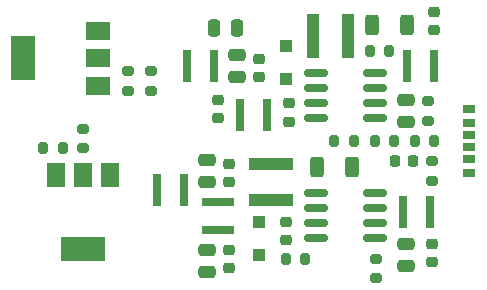
<source format=gbr>
%TF.GenerationSoftware,KiCad,Pcbnew,7.0.6*%
%TF.CreationDate,2024-03-05T13:52:18+08:00*%
%TF.ProjectId,TypeC2DoubleVoltage,54797065-4332-4446-9f75-626c65566f6c,rev?*%
%TF.SameCoordinates,Original*%
%TF.FileFunction,Paste,Top*%
%TF.FilePolarity,Positive*%
%FSLAX46Y46*%
G04 Gerber Fmt 4.6, Leading zero omitted, Abs format (unit mm)*
G04 Created by KiCad (PCBNEW 7.0.6) date 2024-03-05 13:52:18*
%MOMM*%
%LPD*%
G01*
G04 APERTURE LIST*
G04 Aperture macros list*
%AMRoundRect*
0 Rectangle with rounded corners*
0 $1 Rounding radius*
0 $2 $3 $4 $5 $6 $7 $8 $9 X,Y pos of 4 corners*
0 Add a 4 corners polygon primitive as box body*
4,1,4,$2,$3,$4,$5,$6,$7,$8,$9,$2,$3,0*
0 Add four circle primitives for the rounded corners*
1,1,$1+$1,$2,$3*
1,1,$1+$1,$4,$5*
1,1,$1+$1,$6,$7*
1,1,$1+$1,$8,$9*
0 Add four rect primitives between the rounded corners*
20,1,$1+$1,$2,$3,$4,$5,0*
20,1,$1+$1,$4,$5,$6,$7,0*
20,1,$1+$1,$6,$7,$8,$9,0*
20,1,$1+$1,$8,$9,$2,$3,0*%
G04 Aperture macros list end*
%ADD10RoundRect,0.200000X-0.200000X-0.275000X0.200000X-0.275000X0.200000X0.275000X-0.200000X0.275000X0*%
%ADD11R,0.800000X2.700000*%
%ADD12RoundRect,0.150000X-0.825000X-0.150000X0.825000X-0.150000X0.825000X0.150000X-0.825000X0.150000X0*%
%ADD13RoundRect,0.225000X-0.250000X0.225000X-0.250000X-0.225000X0.250000X-0.225000X0.250000X0.225000X0*%
%ADD14R,3.700000X1.100000*%
%ADD15RoundRect,0.200000X0.275000X-0.200000X0.275000X0.200000X-0.275000X0.200000X-0.275000X-0.200000X0*%
%ADD16RoundRect,0.250000X0.475000X-0.250000X0.475000X0.250000X-0.475000X0.250000X-0.475000X-0.250000X0*%
%ADD17RoundRect,0.200000X0.200000X0.275000X-0.200000X0.275000X-0.200000X-0.275000X0.200000X-0.275000X0*%
%ADD18RoundRect,0.250000X0.312500X0.625000X-0.312500X0.625000X-0.312500X-0.625000X0.312500X-0.625000X0*%
%ADD19RoundRect,0.225000X0.250000X-0.225000X0.250000X0.225000X-0.250000X0.225000X-0.250000X-0.225000X0*%
%ADD20R,1.500000X2.000000*%
%ADD21R,3.800000X2.000000*%
%ADD22RoundRect,0.250000X-0.300000X0.300000X-0.300000X-0.300000X0.300000X-0.300000X0.300000X0.300000X0*%
%ADD23RoundRect,0.250000X-0.475000X0.250000X-0.475000X-0.250000X0.475000X-0.250000X0.475000X0.250000X0*%
%ADD24R,1.000000X0.700000*%
%ADD25R,1.000000X0.800000*%
%ADD26RoundRect,0.218750X-0.218750X-0.256250X0.218750X-0.256250X0.218750X0.256250X-0.218750X0.256250X0*%
%ADD27RoundRect,0.250000X0.250000X0.475000X-0.250000X0.475000X-0.250000X-0.475000X0.250000X-0.475000X0*%
%ADD28RoundRect,0.200000X-0.275000X0.200000X-0.275000X-0.200000X0.275000X-0.200000X0.275000X0.200000X0*%
%ADD29R,1.100000X3.700000*%
%ADD30R,2.700000X0.800000*%
%ADD31R,2.000000X1.500000*%
%ADD32R,2.000000X3.800000*%
%ADD33RoundRect,0.250000X0.300000X-0.300000X0.300000X0.300000X-0.300000X0.300000X-0.300000X-0.300000X0*%
G04 APERTURE END LIST*
D10*
%TO.C,R7*%
X112000000Y-90425000D03*
X113650000Y-90425000D03*
%TD*%
D11*
%TO.C,L8*%
X95872500Y-94552500D03*
X93572500Y-94552500D03*
%TD*%
D12*
%TO.C,U3*%
X107050000Y-94870000D03*
X107050000Y-96140000D03*
X107050000Y-97410000D03*
X107050000Y-98680000D03*
X112000000Y-98680000D03*
X112000000Y-97410000D03*
X112000000Y-96140000D03*
X112000000Y-94870000D03*
%TD*%
D13*
%TO.C,C1*%
X117025000Y-79490000D03*
X117025000Y-81040000D03*
%TD*%
D14*
%TO.C,L6*%
X103175000Y-95417500D03*
X103175000Y-92417500D03*
%TD*%
D15*
%TO.C,R3*%
X116827500Y-93790000D03*
X116827500Y-92140000D03*
%TD*%
D16*
%TO.C,C13*%
X114605000Y-101025000D03*
X114605000Y-99125000D03*
%TD*%
D17*
%TO.C,R14*%
X85585000Y-91060000D03*
X83935000Y-91060000D03*
%TD*%
D15*
%TO.C,R9*%
X93015000Y-86170000D03*
X93015000Y-84520000D03*
%TD*%
D18*
%TO.C,R10*%
X110035000Y-92647500D03*
X107110000Y-92647500D03*
%TD*%
D19*
%TO.C,C12*%
X116827500Y-100675000D03*
X116827500Y-99125000D03*
%TD*%
D12*
%TO.C,U1*%
X107050000Y-84710000D03*
X107050000Y-85980000D03*
X107050000Y-87250000D03*
X107050000Y-88520000D03*
X112000000Y-88520000D03*
X112000000Y-87250000D03*
X112000000Y-85980000D03*
X112000000Y-84710000D03*
%TD*%
D17*
%TO.C,R2*%
X117017500Y-90425000D03*
X115367500Y-90425000D03*
%TD*%
D20*
%TO.C,U4*%
X89600000Y-93307500D03*
X87300000Y-93307500D03*
D21*
X87300000Y-99607500D03*
D20*
X85000000Y-93307500D03*
%TD*%
D22*
%TO.C,D4*%
X102222500Y-97280000D03*
X102222500Y-100080000D03*
%TD*%
D23*
%TO.C,C14*%
X97777500Y-99632500D03*
X97777500Y-101532500D03*
%TD*%
D19*
%TO.C,C3*%
X98730000Y-88482500D03*
X98730000Y-86932500D03*
%TD*%
D16*
%TO.C,C17*%
X97777500Y-93915000D03*
X97777500Y-92015000D03*
%TD*%
D19*
%TO.C,C9*%
X99682500Y-93917500D03*
X99682500Y-92367500D03*
%TD*%
D17*
%TO.C,R11*%
X106095000Y-100407500D03*
X104445000Y-100407500D03*
%TD*%
D24*
%TO.C,J1*%
X120002500Y-90925000D03*
D25*
X120002500Y-88925000D03*
X120002500Y-87725000D03*
D24*
X120002500Y-89925000D03*
D25*
X120002500Y-91925000D03*
X120002500Y-93125000D03*
%TD*%
D26*
%TO.C,D1*%
X113665000Y-92140000D03*
X115240000Y-92140000D03*
%TD*%
D27*
%TO.C,C7*%
X100312500Y-80900000D03*
X98412500Y-80900000D03*
%TD*%
D28*
%TO.C,R8*%
X91110000Y-84520000D03*
X91110000Y-86170000D03*
%TD*%
D18*
%TO.C,R4*%
X114725000Y-80582500D03*
X111800000Y-80582500D03*
%TD*%
D10*
%TO.C,R5*%
X111557500Y-82805000D03*
X113207500Y-82805000D03*
%TD*%
D29*
%TO.C,L2*%
X109755000Y-81535000D03*
X106755000Y-81535000D03*
%TD*%
D30*
%TO.C,L7*%
X98730000Y-97925000D03*
X98730000Y-95625000D03*
%TD*%
D13*
%TO.C,C5*%
X102222500Y-83477500D03*
X102222500Y-85027500D03*
%TD*%
D16*
%TO.C,C2*%
X114605000Y-88835000D03*
X114605000Y-86935000D03*
%TD*%
D28*
%TO.C,R12*%
X112065000Y-100407500D03*
X112065000Y-102057500D03*
%TD*%
%TO.C,R1*%
X116510000Y-87060000D03*
X116510000Y-88710000D03*
%TD*%
D10*
%TO.C,R6*%
X108572500Y-90425000D03*
X110222500Y-90425000D03*
%TD*%
D28*
%TO.C,R13*%
X87300000Y-89410000D03*
X87300000Y-91060000D03*
%TD*%
D31*
%TO.C,U2*%
X88545000Y-85740000D03*
X88545000Y-83440000D03*
D32*
X82245000Y-83440000D03*
D31*
X88545000Y-81140000D03*
%TD*%
D13*
%TO.C,C16*%
X99682500Y-99632500D03*
X99682500Y-101182500D03*
%TD*%
D33*
%TO.C,D3*%
X104445000Y-85157500D03*
X104445000Y-82357500D03*
%TD*%
D11*
%TO.C,L5*%
X116707500Y-96457500D03*
X114407500Y-96457500D03*
%TD*%
%TO.C,L1*%
X117025000Y-84075000D03*
X114725000Y-84075000D03*
%TD*%
%TO.C,L3*%
X102857500Y-88202500D03*
X100557500Y-88202500D03*
%TD*%
D23*
%TO.C,C6*%
X100317500Y-83127500D03*
X100317500Y-85027500D03*
%TD*%
D19*
%TO.C,C4*%
X104762500Y-88800000D03*
X104762500Y-87250000D03*
%TD*%
D11*
%TO.C,L4*%
X98412500Y-84075000D03*
X96112500Y-84075000D03*
%TD*%
D19*
%TO.C,C15*%
X104445000Y-98820000D03*
X104445000Y-97270000D03*
%TD*%
M02*

</source>
